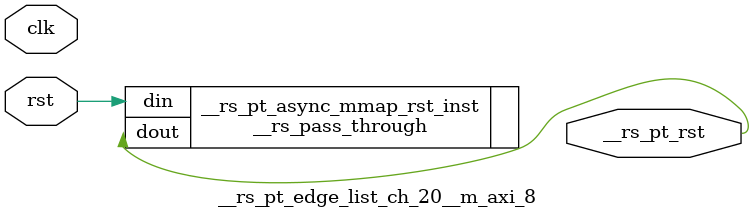
<source format=v>
`timescale 1 ns / 1 ps
/**   Generated by RapidStream   **/
module __rs_pt_edge_list_ch_20__m_axi_8 #(
    parameter BufferSize         = 32,
    parameter BufferSizeLog      = 5,
    parameter AddrWidth          = 64,
    parameter AxiSideAddrWidth   = 64,
    parameter DataWidth          = 512,
    parameter DataWidthBytesLog  = 6,
    parameter WaitTimeWidth      = 4,
    parameter BurstLenWidth      = 8,
    parameter EnableReadChannel  = 1,
    parameter EnableWriteChannel = 1,
    parameter MaxWaitTime        = 3,
    parameter MaxBurstLen        = 15
) (
    output wire __rs_pt_rst,
    input wire  clk,
    input wire  rst
);




__rs_pass_through #(
    .WIDTH (1)
) __rs_pt_async_mmap_rst_inst /**   Generated by RapidStream   **/ (
    .din  (rst),
    .dout (__rs_pt_rst)
);

endmodule  // __rs_pt_edge_list_ch_20__m_axi_8
</source>
